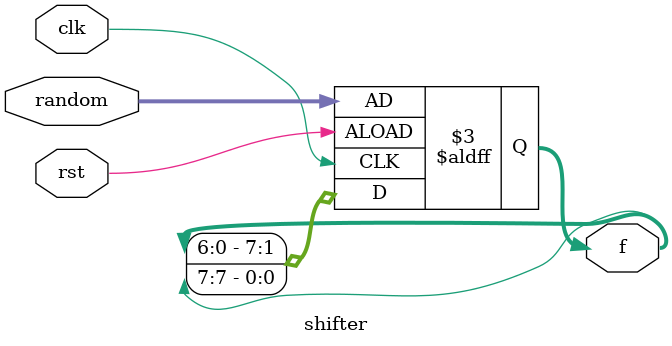
<source format=v>
`timescale 1ns / 1ps

module shifter(
    input clk,
    input rst,
    input [7:0] random,
    output reg [7:0] f
    );

always@ (posedge clk or negedge rst)
    if (~rst)
        f <= random;
    else
    begin
        f[0]<=f[7];
        f[1]<=f[0];
        f[2]<=f[1];
        f[3]<=f[2];
        f[4]<=f[3];
        f[5]<=f[4];
        f[6]<=f[5];
        f[7]<=f[6]; 
    end
    
endmodule

</source>
